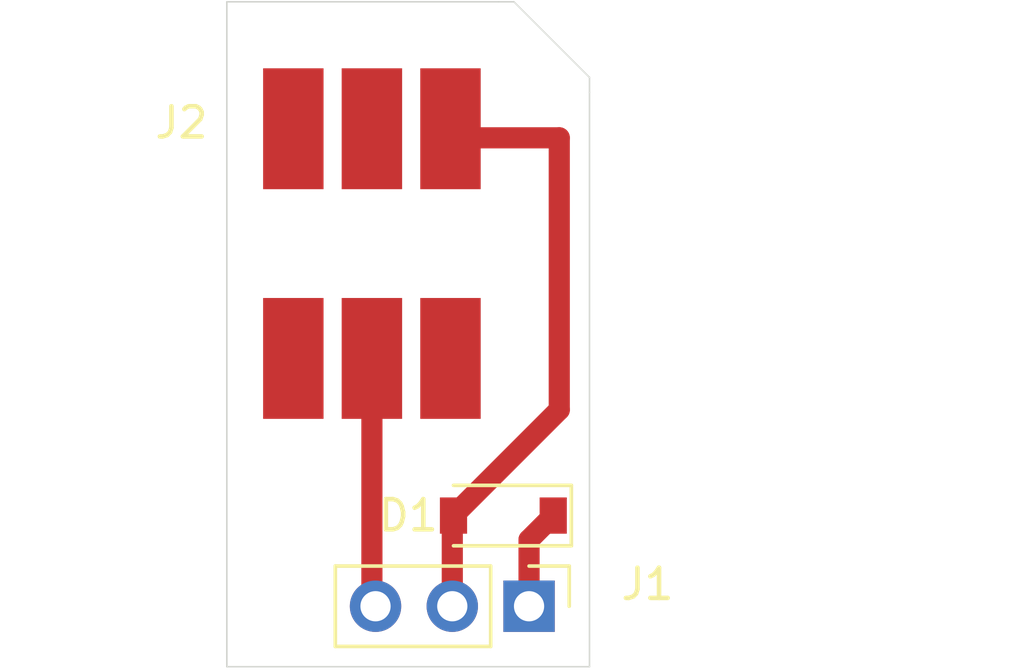
<source format=kicad_pcb>
(kicad_pcb (version 20171130) (host pcbnew 5.1.8)

  (general
    (thickness 1.6)
    (drawings 7)
    (tracks 10)
    (zones 0)
    (modules 3)
    (nets 8)
  )

  (page A4)
  (layers
    (0 F.Cu signal)
    (31 B.Cu signal)
    (32 B.Adhes user)
    (33 F.Adhes user)
    (34 B.Paste user)
    (35 F.Paste user)
    (36 B.SilkS user)
    (37 F.SilkS user)
    (38 B.Mask user)
    (39 F.Mask user)
    (40 Dwgs.User user)
    (41 Cmts.User user)
    (42 Eco1.User user)
    (43 Eco2.User user)
    (44 Edge.Cuts user)
    (45 Margin user)
    (46 B.CrtYd user)
    (47 F.CrtYd user)
    (48 B.Fab user)
    (49 F.Fab user)
  )

  (setup
    (last_trace_width 0.25)
    (user_trace_width 0.7)
    (trace_clearance 0.4)
    (zone_clearance 0.508)
    (zone_45_only no)
    (trace_min 0.2)
    (via_size 0.8)
    (via_drill 0.4)
    (via_min_size 0.4)
    (via_min_drill 0.3)
    (uvia_size 0.3)
    (uvia_drill 0.1)
    (uvias_allowed no)
    (uvia_min_size 0.2)
    (uvia_min_drill 0.1)
    (edge_width 0.05)
    (segment_width 0.2)
    (pcb_text_width 0.3)
    (pcb_text_size 1.5 1.5)
    (mod_edge_width 0.12)
    (mod_text_size 1 1)
    (mod_text_width 0.15)
    (pad_size 1.524 1.524)
    (pad_drill 0.762)
    (pad_to_mask_clearance 0)
    (aux_axis_origin 120 106)
    (visible_elements 7FFFFFFF)
    (pcbplotparams
      (layerselection 0x00080_7ffffffe)
      (usegerberextensions false)
      (usegerberattributes true)
      (usegerberadvancedattributes true)
      (creategerberjobfile true)
      (excludeedgelayer true)
      (linewidth 0.100000)
      (plotframeref false)
      (viasonmask false)
      (mode 1)
      (useauxorigin true)
      (hpglpennumber 1)
      (hpglpenspeed 20)
      (hpglpendiameter 15.000000)
      (psnegative false)
      (psa4output false)
      (plotreference true)
      (plotvalue true)
      (plotinvisibletext false)
      (padsonsilk false)
      (subtractmaskfromsilk false)
      (outputformat 1)
      (mirror false)
      (drillshape 0)
      (scaleselection 1)
      (outputdirectory "gerber/"))
  )

  (net 0 "")
  (net 1 "Net-(J2-Pad5)")
  (net 2 "Net-(J2-Pad6)")
  (net 3 "Net-(J2-Pad1)")
  (net 4 "Net-(J2-Pad3)")
  (net 5 /RX)
  (net 6 /Reset)
  (net 7 /TX)

  (net_class Default "This is the default net class."
    (clearance 0.4)
    (trace_width 0.25)
    (via_dia 0.8)
    (via_drill 0.4)
    (uvia_dia 0.3)
    (uvia_drill 0.1)
    (add_net /RX)
    (add_net /Reset)
    (add_net /TX)
    (add_net "Net-(J2-Pad1)")
    (add_net "Net-(J2-Pad3)")
    (add_net "Net-(J2-Pad5)")
    (add_net "Net-(J2-Pad6)")
  )

  (module mylib:microSIM_sniffer (layer F.Cu) (tedit 5FB82D61) (tstamp 5FB09809)
    (at 124 91)
    (descr https://www.jae.com/z-en/pdf_download_exec.cfm?param=SJ115712.pdf)
    (tags "microSIM GSM Card")
    (path /5FB01825)
    (attr smd)
    (fp_text reference J2 (at -5.5 -3) (layer F.SilkS)
      (effects (font (size 1 1) (thickness 0.15)))
    )
    (fp_text value SIM_Card (at -8 -1.5) (layer F.Fab)
      (effects (font (size 1 1) (thickness 0.15)))
    )
    (fp_line (start 8 -4.5) (end 5.5 -7) (layer F.Fab) (width 0.12))
    (fp_line (start 5.5 -7) (end -4 -7) (layer F.Fab) (width 0.1))
    (fp_line (start 8 8) (end -4 8) (layer F.Fab) (width 0.1))
    (fp_line (start 8 -4.5) (end 8 8) (layer F.Fab) (width 0.1))
    (fp_line (start -4 -7) (end -4 8) (layer F.Fab) (width 0.1))
    (fp_text user %R (at -5.5 -3) (layer F.Fab)
      (effects (font (size 1 1) (thickness 0.15)))
    )
    (pad 5 smd rect (at -1.8 -2.8 270) (size 4 2) (layers F.Cu F.Paste F.Mask)
      (net 1 "Net-(J2-Pad5)"))
    (pad 6 smd rect (at 0.8 -2.8 270) (size 4 2) (layers F.Cu F.Paste F.Mask)
      (net 2 "Net-(J2-Pad6)"))
    (pad 7 smd rect (at 3.4 -2.8 270) (size 4 2) (layers F.Cu F.Paste F.Mask)
      (net 5 /RX))
    (pad 1 smd rect (at -1.8 4.8 270) (size 4 2) (layers F.Cu F.Paste F.Mask)
      (net 3 "Net-(J2-Pad1)"))
    (pad 2 smd rect (at 0.8 4.8 270) (size 4 2) (layers F.Cu F.Paste F.Mask)
      (net 6 /Reset))
    (pad 3 smd rect (at 3.4 4.8 270) (size 4 2) (layers F.Cu F.Paste F.Mask)
      (net 4 "Net-(J2-Pad3)"))
    (model ${KISYS3DMOD}/Connector_Card.3dshapes/microSIM_JAE_SF53S006VCBR2000.wrl
      (at (xyz 0 0 0))
      (scale (xyz 1 1 1))
      (rotate (xyz 0 0 0))
    )
  )

  (module Diode_SMD:D_SOD-123 (layer F.Cu) (tedit 58645DC7) (tstamp 5FB08612)
    (at 129.15 101 180)
    (descr SOD-123)
    (tags SOD-123)
    (path /5FB02305)
    (attr smd)
    (fp_text reference D1 (at 3.15 0) (layer F.SilkS)
      (effects (font (size 1 1) (thickness 0.15)))
    )
    (fp_text value D_Schottky (at -7.81 0.73) (layer F.Fab)
      (effects (font (size 1 1) (thickness 0.15)))
    )
    (fp_line (start -2.25 -1) (end -2.25 1) (layer F.SilkS) (width 0.12))
    (fp_line (start 0.25 0) (end 0.75 0) (layer F.Fab) (width 0.1))
    (fp_line (start 0.25 0.4) (end -0.35 0) (layer F.Fab) (width 0.1))
    (fp_line (start 0.25 -0.4) (end 0.25 0.4) (layer F.Fab) (width 0.1))
    (fp_line (start -0.35 0) (end 0.25 -0.4) (layer F.Fab) (width 0.1))
    (fp_line (start -0.35 0) (end -0.35 0.55) (layer F.Fab) (width 0.1))
    (fp_line (start -0.35 0) (end -0.35 -0.55) (layer F.Fab) (width 0.1))
    (fp_line (start -0.75 0) (end -0.35 0) (layer F.Fab) (width 0.1))
    (fp_line (start -1.4 0.9) (end -1.4 -0.9) (layer F.Fab) (width 0.1))
    (fp_line (start 1.4 0.9) (end -1.4 0.9) (layer F.Fab) (width 0.1))
    (fp_line (start 1.4 -0.9) (end 1.4 0.9) (layer F.Fab) (width 0.1))
    (fp_line (start -1.4 -0.9) (end 1.4 -0.9) (layer F.Fab) (width 0.1))
    (fp_line (start -2.35 -1.15) (end 2.35 -1.15) (layer F.CrtYd) (width 0.05))
    (fp_line (start 2.35 -1.15) (end 2.35 1.15) (layer F.CrtYd) (width 0.05))
    (fp_line (start 2.35 1.15) (end -2.35 1.15) (layer F.CrtYd) (width 0.05))
    (fp_line (start -2.35 -1.15) (end -2.35 1.15) (layer F.CrtYd) (width 0.05))
    (fp_line (start -2.25 1) (end 1.65 1) (layer F.SilkS) (width 0.12))
    (fp_line (start -2.25 -1) (end 1.65 -1) (layer F.SilkS) (width 0.12))
    (fp_text user %R (at 3.15 0) (layer F.Fab)
      (effects (font (size 1 1) (thickness 0.15)))
    )
    (pad 1 smd rect (at -1.65 0 180) (size 0.9 1.2) (layers F.Cu F.Paste F.Mask)
      (net 7 /TX))
    (pad 2 smd rect (at 1.65 0 180) (size 0.9 1.2) (layers F.Cu F.Paste F.Mask)
      (net 5 /RX))
    (model ${KISYS3DMOD}/Diode_SMD.3dshapes/D_SOD-123.wrl
      (at (xyz 0 0 0))
      (scale (xyz 1 1 1))
      (rotate (xyz 0 0 0))
    )
  )

  (module Connector_PinHeader_2.54mm:PinHeader_1x03_P2.54mm_Vertical (layer F.Cu) (tedit 59FED5CC) (tstamp 5FB08629)
    (at 130 104 270)
    (descr "Through hole straight pin header, 1x03, 2.54mm pitch, single row")
    (tags "Through hole pin header THT 1x03 2.54mm single row")
    (path /5FB04B1E)
    (fp_text reference J1 (at -0.73 -3.92 180) (layer F.SilkS)
      (effects (font (size 1 1) (thickness 0.15)))
    )
    (fp_text value Conn_01x03_Male (at 1.27 -9.62 180) (layer F.Fab)
      (effects (font (size 1 1) (thickness 0.15)))
    )
    (fp_line (start -0.635 -1.27) (end 1.27 -1.27) (layer F.Fab) (width 0.1))
    (fp_line (start 1.27 -1.27) (end 1.27 6.35) (layer F.Fab) (width 0.1))
    (fp_line (start 1.27 6.35) (end -1.27 6.35) (layer F.Fab) (width 0.1))
    (fp_line (start -1.27 6.35) (end -1.27 -0.635) (layer F.Fab) (width 0.1))
    (fp_line (start -1.27 -0.635) (end -0.635 -1.27) (layer F.Fab) (width 0.1))
    (fp_line (start -1.33 6.41) (end 1.33 6.41) (layer F.SilkS) (width 0.12))
    (fp_line (start -1.33 1.27) (end -1.33 6.41) (layer F.SilkS) (width 0.12))
    (fp_line (start 1.33 1.27) (end 1.33 6.41) (layer F.SilkS) (width 0.12))
    (fp_line (start -1.33 1.27) (end 1.33 1.27) (layer F.SilkS) (width 0.12))
    (fp_line (start -1.33 0) (end -1.33 -1.33) (layer F.SilkS) (width 0.12))
    (fp_line (start -1.33 -1.33) (end 0 -1.33) (layer F.SilkS) (width 0.12))
    (fp_line (start -1.8 -1.8) (end -1.8 6.85) (layer F.CrtYd) (width 0.05))
    (fp_line (start -1.8 6.85) (end 1.8 6.85) (layer F.CrtYd) (width 0.05))
    (fp_line (start 1.8 6.85) (end 1.8 -1.8) (layer F.CrtYd) (width 0.05))
    (fp_line (start 1.8 -1.8) (end -1.8 -1.8) (layer F.CrtYd) (width 0.05))
    (fp_text user %R (at 0 2.54) (layer F.Fab)
      (effects (font (size 1 1) (thickness 0.15)))
    )
    (pad 3 thru_hole oval (at 0 5.08 270) (size 1.7 1.7) (drill 1) (layers *.Cu *.Mask)
      (net 6 /Reset))
    (pad 2 thru_hole oval (at 0 2.54 270) (size 1.7 1.7) (drill 1) (layers *.Cu *.Mask)
      (net 5 /RX))
    (pad 1 thru_hole rect (at 0 0 270) (size 1.7 1.7) (drill 1) (layers *.Cu *.Mask)
      (net 7 /TX))
    (model ${KISYS3DMOD}/Connector_PinHeader_2.54mm.3dshapes/PinHeader_1x03_P2.54mm_Vertical.wrl
      (at (xyz 0 0 0))
      (scale (xyz 1 1 1))
      (rotate (xyz 0 0 0))
    )
  )

  (gr_line (start 129 84) (end 129.5 84) (layer Edge.Cuts) (width 0.05))
  (gr_line (start 132 86.5) (end 132 87) (layer Edge.Cuts) (width 0.05) (tstamp 5FB89460))
  (gr_line (start 129.5 84) (end 132 86.5) (layer Edge.Cuts) (width 0.05))
  (gr_line (start 120 84) (end 129 84) (layer Edge.Cuts) (width 0.05))
  (gr_line (start 132 106) (end 132 87) (layer Edge.Cuts) (width 0.05))
  (gr_line (start 120 106) (end 132 106) (layer Edge.Cuts) (width 0.05))
  (gr_line (start 120 84) (end 120 106) (layer Edge.Cuts) (width 0.05))

  (segment (start 127.46 101.04) (end 127.5 101) (width 0.7) (layer F.Cu) (net 5))
  (segment (start 127.46 104) (end 127.46 101.04) (width 0.7) (layer F.Cu) (net 5))
  (segment (start 127.7 88.5) (end 127.4 88.2) (width 0.7) (layer F.Cu) (net 5))
  (segment (start 131 88.5) (end 127.7 88.5) (width 0.7) (layer F.Cu) (net 5))
  (segment (start 131 97.5) (end 131 88.5) (width 0.7) (layer F.Cu) (net 5))
  (segment (start 127.5 101) (end 131 97.5) (width 0.7) (layer F.Cu) (net 5))
  (segment (start 130 101.8) (end 130.8 101) (width 0.7) (layer F.Cu) (net 7))
  (segment (start 130 104) (end 130 101.8) (width 0.7) (layer F.Cu) (net 7))
  (segment (start 124.8 103.88) (end 124.92 104) (width 0.7) (layer F.Cu) (net 6))
  (segment (start 124.8 95.8) (end 124.8 103.88) (width 0.7) (layer F.Cu) (net 6))

)

</source>
